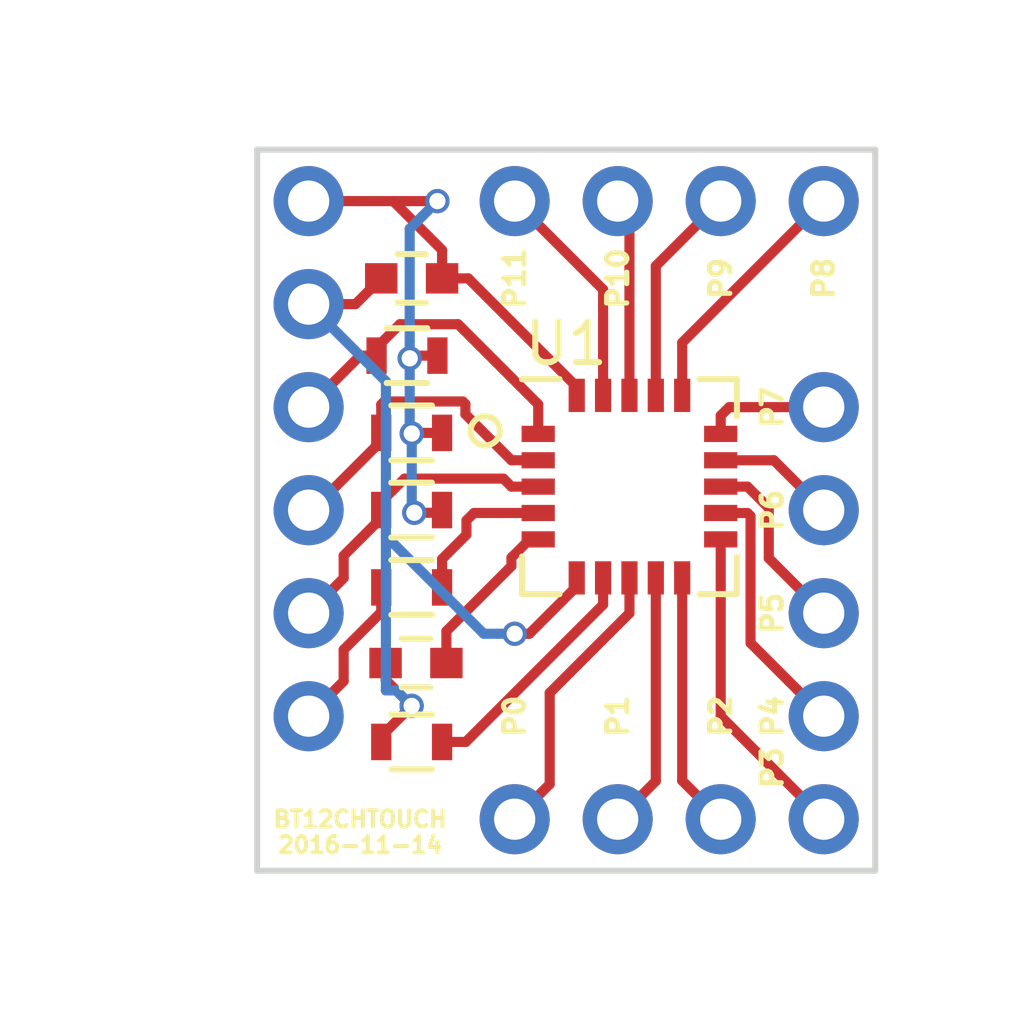
<source format=kicad_pcb>
(kicad_pcb (version 4) (host pcbnew 4.0.4-stable)

  (general
    (links 31)
    (no_connects 0)
    (area 140.894999 72.314999 156.285001 90.245001)
    (thickness 1.6)
    (drawings 6)
    (tracks 124)
    (zones 0)
    (modules 26)
    (nets 22)
  )

  (page A4)
  (layers
    (0 F.Cu signal)
    (31 B.Cu signal)
    (32 B.Adhes user)
    (33 F.Adhes user)
    (34 B.Paste user)
    (35 F.Paste user)
    (36 B.SilkS user)
    (37 F.SilkS user)
    (38 B.Mask user)
    (39 F.Mask user)
    (40 Dwgs.User user)
    (41 Cmts.User user)
    (42 Eco1.User user)
    (43 Eco2.User user)
    (44 Edge.Cuts user)
    (45 Margin user)
    (46 B.CrtYd user)
    (47 F.CrtYd user)
    (48 B.Fab user)
    (49 F.Fab user)
  )

  (setup
    (last_trace_width 0.25)
    (trace_clearance 0.2)
    (zone_clearance 0.508)
    (zone_45_only no)
    (trace_min 0.2)
    (segment_width 0.2)
    (edge_width 0.15)
    (via_size 0.6)
    (via_drill 0.4)
    (via_min_size 0.4)
    (via_min_drill 0.3)
    (uvia_size 0.3)
    (uvia_drill 0.1)
    (uvias_allowed no)
    (uvia_min_size 0.2)
    (uvia_min_drill 0.1)
    (pcb_text_width 0.3)
    (pcb_text_size 1.5 1.5)
    (mod_edge_width 0.15)
    (mod_text_size 1 1)
    (mod_text_width 0.15)
    (pad_size 1.7272 1.7272)
    (pad_drill 1.016)
    (pad_to_mask_clearance 0.2)
    (aux_axis_origin 0 0)
    (visible_elements 7FFEFFFF)
    (pcbplotparams
      (layerselection 0x010fc_80000001)
      (usegerberextensions true)
      (excludeedgelayer true)
      (linewidth 0.100000)
      (plotframeref false)
      (viasonmask false)
      (mode 1)
      (useauxorigin false)
      (hpglpennumber 1)
      (hpglpenspeed 20)
      (hpglpendiameter 15)
      (hpglpenoverlay 2)
      (psnegative false)
      (psa4output false)
      (plotreference true)
      (plotvalue true)
      (plotinvisibletext false)
      (padsonsilk false)
      (subtractmaskfromsilk false)
      (outputformat 1)
      (mirror false)
      (drillshape 0)
      (scaleselection 1)
      (outputdirectory gerber))
  )

  (net 0 "")
  (net 1 +3V3)
  (net 2 GND)
  (net 3 "Net-(R3-Pad2)")
  (net 4 "Net-(R4-Pad1)")
  (net 5 "Net-(ADDR1-Pad1)")
  (net 6 "Net-(C1-Pad1)")
  (net 7 /IRQ)
  (net 8 /P00)
  (net 9 /P01)
  (net 10 /P02)
  (net 11 /P03)
  (net 12 /P04)
  (net 13 /P05)
  (net 14 /P06)
  (net 15 /P07)
  (net 16 /P08)
  (net 17 /P09)
  (net 18 /P10)
  (net 19 /P11)
  (net 20 /SDA)
  (net 21 /SCL)

  (net_class Default "This is the default net class."
    (clearance 0.2)
    (trace_width 0.25)
    (via_dia 0.6)
    (via_drill 0.4)
    (uvia_dia 0.3)
    (uvia_drill 0.1)
    (add_net +3V3)
    (add_net /IRQ)
    (add_net /P00)
    (add_net /P01)
    (add_net /P02)
    (add_net /P03)
    (add_net /P04)
    (add_net /P05)
    (add_net /P06)
    (add_net /P07)
    (add_net /P08)
    (add_net /P09)
    (add_net /P10)
    (add_net /P11)
    (add_net /SCL)
    (add_net /SDA)
    (add_net GND)
    (add_net "Net-(ADDR1-Pad1)")
    (add_net "Net-(C1-Pad1)")
    (add_net "Net-(R3-Pad2)")
    (add_net "Net-(R4-Pad1)")
  )

  (module QFN-20-1EP_3x3mm_Pitch0.65mm (layer F.Cu) (tedit 582A75A4) (tstamp 582A7535)
    (at 150.15 80.7)
    (descr "20-Lead Plastic Quad Flat, No Lead Package (MQ) - 5x5x0.9 mm Body [QFN]; (see Microchip Packaging Specification 00000049BS.pdf)")
    (tags "QFN 0.65")
    (path /582A79AC)
    (attr smd)
    (fp_text reference U1 (at -1.56 -3.525) (layer F.SilkS)
      (effects (font (size 1 1) (thickness 0.15)))
    )
    (fp_text value MPR121QR2 (at 0 3.525) (layer F.Fab)
      (effects (font (size 1 1) (thickness 0.15)))
    )
    (fp_circle (center -3.556 -1.37521) (end -3.302 -1.62921) (layer F.SilkS) (width 0.15))
    (fp_line (start -1.5 -2.5) (end 2.5 -2.5) (layer F.Fab) (width 0.15))
    (fp_line (start 2.5 -2.5) (end 2.5 2.5) (layer F.Fab) (width 0.15))
    (fp_line (start 2.5 2.5) (end -2.5 2.5) (layer F.Fab) (width 0.15))
    (fp_line (start -2.5 2.5) (end -2.5 -1.5) (layer F.Fab) (width 0.15))
    (fp_line (start -2.5 -1.5) (end -1.5 -2.5) (layer F.Fab) (width 0.15))
    (fp_line (start -2.8 -2.8) (end -2.8 2.8) (layer F.CrtYd) (width 0.05))
    (fp_line (start 2.8 -2.8) (end 2.8 2.8) (layer F.CrtYd) (width 0.05))
    (fp_line (start -2.8 -2.8) (end 2.8 -2.8) (layer F.CrtYd) (width 0.05))
    (fp_line (start -2.8 2.8) (end 2.8 2.8) (layer F.CrtYd) (width 0.05))
    (fp_line (start 2.65 -2.65) (end 2.65 -1.725) (layer F.SilkS) (width 0.15))
    (fp_line (start -2.65 2.65) (end -2.65 1.725) (layer F.SilkS) (width 0.15))
    (fp_line (start 2.65 2.65) (end 2.65 1.725) (layer F.SilkS) (width 0.15))
    (fp_line (start -2.65 -2.65) (end -1.725 -2.65) (layer F.SilkS) (width 0.15))
    (fp_line (start -2.65 2.65) (end -1.725 2.65) (layer F.SilkS) (width 0.15))
    (fp_line (start 2.65 2.65) (end 1.725 2.65) (layer F.SilkS) (width 0.15))
    (fp_line (start 2.65 -2.65) (end 1.725 -2.65) (layer F.SilkS) (width 0.15))
    (pad 1 smd rect (at -2.25 -1.3) (size 0.82 0.4) (layers F.Cu F.Paste F.Mask)
      (net 7 /IRQ))
    (pad 2 smd rect (at -2.25 -0.65) (size 0.82 0.4) (layers F.Cu F.Paste F.Mask)
      (net 21 /SCL))
    (pad 3 smd rect (at -2.25 0) (size 0.82 0.4) (layers F.Cu F.Paste F.Mask)
      (net 20 /SDA))
    (pad 4 smd rect (at -2.25 0.65) (size 0.82 0.4) (layers F.Cu F.Paste F.Mask)
      (net 3 "Net-(R3-Pad2)"))
    (pad 5 smd rect (at -2.25 1.3) (size 0.82 0.4) (layers F.Cu F.Paste F.Mask)
      (net 6 "Net-(C1-Pad1)"))
    (pad 6 smd rect (at -1.3 2.25 90) (size 0.82 0.4) (layers F.Cu F.Paste F.Mask)
      (net 2 GND))
    (pad 7 smd rect (at -0.65 2.25 90) (size 0.82 0.4) (layers F.Cu F.Paste F.Mask)
      (net 4 "Net-(R4-Pad1)"))
    (pad 8 smd rect (at 0 2.25 90) (size 0.82 0.4) (layers F.Cu F.Paste F.Mask)
      (net 8 /P00))
    (pad 9 smd rect (at 0.65 2.25 90) (size 0.82 0.4) (layers F.Cu F.Paste F.Mask)
      (net 9 /P01))
    (pad 10 smd rect (at 1.3 2.25 90) (size 0.82 0.4) (layers F.Cu F.Paste F.Mask)
      (net 10 /P02))
    (pad 11 smd rect (at 2.25 1.3) (size 0.82 0.4) (layers F.Cu F.Paste F.Mask)
      (net 11 /P03))
    (pad 12 smd rect (at 2.25 0.65) (size 0.82 0.4) (layers F.Cu F.Paste F.Mask)
      (net 12 /P04))
    (pad 13 smd rect (at 2.25 0) (size 0.82 0.4) (layers F.Cu F.Paste F.Mask)
      (net 13 /P05))
    (pad 14 smd rect (at 2.25 -0.65) (size 0.82 0.4) (layers F.Cu F.Paste F.Mask)
      (net 14 /P06))
    (pad 15 smd rect (at 2.25 -1.3) (size 0.82 0.4) (layers F.Cu F.Paste F.Mask)
      (net 15 /P07))
    (pad 16 smd rect (at 1.3 -2.25 90) (size 0.82 0.4) (layers F.Cu F.Paste F.Mask)
      (net 16 /P08))
    (pad 17 smd rect (at 0.65 -2.25 90) (size 0.82 0.4) (layers F.Cu F.Paste F.Mask)
      (net 17 /P09))
    (pad 18 smd rect (at 0 -2.25 90) (size 0.82 0.4) (layers F.Cu F.Paste F.Mask)
      (net 18 /P10))
    (pad 19 smd rect (at -0.65 -2.25 90) (size 0.82 0.4) (layers F.Cu F.Paste F.Mask)
      (net 19 /P11))
    (pad 20 smd rect (at -1.3 -2.25 90) (size 0.82 0.4) (layers F.Cu F.Paste F.Mask)
      (net 1 +3V3))
    (model Housings_DFN_QFN.3dshapes/QFN-20-1EP_5x5mm_Pitch0.65mm.wrl
      (at (xyz 0 0 0))
      (scale (xyz 1 1 1))
      (rotate (xyz 0 0 0))
    )
  )

  (module Resistors_SMD:R_0603 (layer F.Cu) (tedit 582A1124) (tstamp 5829DD8D)
    (at 144.665 77.47 180)
    (descr "Resistor SMD 0603, reflow soldering, Vishay (see dcrcw.pdf)")
    (tags "resistor 0603")
    (path /5829D4CE)
    (attr smd)
    (fp_text reference R1 (at 0 0 180) (layer F.Fab)
      (effects (font (size 1 1) (thickness 0.15)))
    )
    (fp_text value 10K (at 0 1.9 180) (layer F.Fab)
      (effects (font (size 1 1) (thickness 0.15)))
    )
    (fp_line (start -1.3 -0.8) (end 1.3 -0.8) (layer F.CrtYd) (width 0.05))
    (fp_line (start -1.3 0.8) (end 1.3 0.8) (layer F.CrtYd) (width 0.05))
    (fp_line (start -1.3 -0.8) (end -1.3 0.8) (layer F.CrtYd) (width 0.05))
    (fp_line (start 1.3 -0.8) (end 1.3 0.8) (layer F.CrtYd) (width 0.05))
    (fp_line (start 0.5 0.675) (end -0.5 0.675) (layer F.SilkS) (width 0.15))
    (fp_line (start -0.5 -0.675) (end 0.5 -0.675) (layer F.SilkS) (width 0.15))
    (pad 1 smd rect (at -0.75 0 180) (size 0.5 0.9) (layers F.Cu F.Paste F.Mask)
      (net 1 +3V3))
    (pad 2 smd rect (at 0.75 0 180) (size 0.5 0.9) (layers F.Cu F.Paste F.Mask)
      (net 7 /IRQ))
    (model Resistors_SMD.3dshapes/R_0603.wrl
      (at (xyz 0 0 0))
      (scale (xyz 1 1 1))
      (rotate (xyz 0 0 0))
    )
  )

  (module Resistors_SMD:R_0603 (layer F.Cu) (tedit 582A1116) (tstamp 5829DD99)
    (at 144.78 83.185)
    (descr "Resistor SMD 0603, reflow soldering, Vishay (see dcrcw.pdf)")
    (tags "resistor 0603")
    (path /5829D974)
    (attr smd)
    (fp_text reference R3 (at 0 0) (layer F.Fab)
      (effects (font (size 1 1) (thickness 0.15)))
    )
    (fp_text value 100K (at 0 1.9) (layer F.Fab)
      (effects (font (size 1 1) (thickness 0.15)))
    )
    (fp_line (start -1.3 -0.8) (end 1.3 -0.8) (layer F.CrtYd) (width 0.05))
    (fp_line (start -1.3 0.8) (end 1.3 0.8) (layer F.CrtYd) (width 0.05))
    (fp_line (start -1.3 -0.8) (end -1.3 0.8) (layer F.CrtYd) (width 0.05))
    (fp_line (start 1.3 -0.8) (end 1.3 0.8) (layer F.CrtYd) (width 0.05))
    (fp_line (start 0.5 0.675) (end -0.5 0.675) (layer F.SilkS) (width 0.15))
    (fp_line (start -0.5 -0.675) (end 0.5 -0.675) (layer F.SilkS) (width 0.15))
    (pad 1 smd rect (at -0.75 0) (size 0.5 0.9) (layers F.Cu F.Paste F.Mask)
      (net 5 "Net-(ADDR1-Pad1)"))
    (pad 2 smd rect (at 0.75 0) (size 0.5 0.9) (layers F.Cu F.Paste F.Mask)
      (net 3 "Net-(R3-Pad2)"))
    (model Resistors_SMD.3dshapes/R_0603.wrl
      (at (xyz 0 0 0))
      (scale (xyz 1 1 1))
      (rotate (xyz 0 0 0))
    )
  )

  (module Resistors_SMD:R_0603 (layer F.Cu) (tedit 582A1107) (tstamp 5829DDA5)
    (at 144.78 86.995 180)
    (descr "Resistor SMD 0603, reflow soldering, Vishay (see dcrcw.pdf)")
    (tags "resistor 0603")
    (path /5829D998)
    (attr smd)
    (fp_text reference R4 (at 0 0 180) (layer F.Fab)
      (effects (font (size 1 1) (thickness 0.15)))
    )
    (fp_text value 75K (at 0 1.9 180) (layer F.Fab)
      (effects (font (size 1 1) (thickness 0.15)))
    )
    (fp_line (start -1.3 -0.8) (end 1.3 -0.8) (layer F.CrtYd) (width 0.05))
    (fp_line (start -1.3 0.8) (end 1.3 0.8) (layer F.CrtYd) (width 0.05))
    (fp_line (start -1.3 -0.8) (end -1.3 0.8) (layer F.CrtYd) (width 0.05))
    (fp_line (start 1.3 -0.8) (end 1.3 0.8) (layer F.CrtYd) (width 0.05))
    (fp_line (start 0.5 0.675) (end -0.5 0.675) (layer F.SilkS) (width 0.15))
    (fp_line (start -0.5 -0.675) (end 0.5 -0.675) (layer F.SilkS) (width 0.15))
    (pad 1 smd rect (at -0.75 0 180) (size 0.5 0.9) (layers F.Cu F.Paste F.Mask)
      (net 4 "Net-(R4-Pad1)"))
    (pad 2 smd rect (at 0.75 0 180) (size 0.5 0.9) (layers F.Cu F.Paste F.Mask)
      (net 2 GND))
    (model Resistors_SMD.3dshapes/R_0603.wrl
      (at (xyz 0 0 0))
      (scale (xyz 1 1 1))
      (rotate (xyz 0 0 0))
    )
  )

  (module Resistors_SMD:R_0603 (layer F.Cu) (tedit 582A111A) (tstamp 5829E383)
    (at 144.77816 81.27746 180)
    (descr "Resistor SMD 0603, reflow soldering, Vishay (see dcrcw.pdf)")
    (tags "resistor 0603")
    (path /5829F973)
    (attr smd)
    (fp_text reference R2 (at -0.00184 -0.00254 180) (layer F.Fab)
      (effects (font (size 1 1) (thickness 0.15)))
    )
    (fp_text value 10K (at 0 1.9 180) (layer F.Fab)
      (effects (font (size 1 1) (thickness 0.15)))
    )
    (fp_line (start -1.3 -0.8) (end 1.3 -0.8) (layer F.CrtYd) (width 0.05))
    (fp_line (start -1.3 0.8) (end 1.3 0.8) (layer F.CrtYd) (width 0.05))
    (fp_line (start -1.3 -0.8) (end -1.3 0.8) (layer F.CrtYd) (width 0.05))
    (fp_line (start 1.3 -0.8) (end 1.3 0.8) (layer F.CrtYd) (width 0.05))
    (fp_line (start 0.5 0.675) (end -0.5 0.675) (layer F.SilkS) (width 0.15))
    (fp_line (start -0.5 -0.675) (end 0.5 -0.675) (layer F.SilkS) (width 0.15))
    (pad 1 smd rect (at -0.75 0 180) (size 0.5 0.9) (layers F.Cu F.Paste F.Mask)
      (net 1 +3V3))
    (pad 2 smd rect (at 0.75 0 180) (size 0.5 0.9) (layers F.Cu F.Paste F.Mask)
      (net 20 /SDA))
    (model Resistors_SMD.3dshapes/R_0603.wrl
      (at (xyz 0 0 0))
      (scale (xyz 1 1 1))
      (rotate (xyz 0 0 0))
    )
  )

  (module Resistors_SMD:R_0603 (layer F.Cu) (tedit 582A111F) (tstamp 5829E38F)
    (at 144.78 79.375 180)
    (descr "Resistor SMD 0603, reflow soldering, Vishay (see dcrcw.pdf)")
    (tags "resistor 0603")
    (path /5829F9B0)
    (attr smd)
    (fp_text reference R5 (at 0 0 180) (layer F.Fab)
      (effects (font (size 1 1) (thickness 0.15)))
    )
    (fp_text value 10K (at 0 1.9 180) (layer F.Fab)
      (effects (font (size 1 1) (thickness 0.15)))
    )
    (fp_line (start -1.3 -0.8) (end 1.3 -0.8) (layer F.CrtYd) (width 0.05))
    (fp_line (start -1.3 0.8) (end 1.3 0.8) (layer F.CrtYd) (width 0.05))
    (fp_line (start -1.3 -0.8) (end -1.3 0.8) (layer F.CrtYd) (width 0.05))
    (fp_line (start 1.3 -0.8) (end 1.3 0.8) (layer F.CrtYd) (width 0.05))
    (fp_line (start 0.5 0.675) (end -0.5 0.675) (layer F.SilkS) (width 0.15))
    (fp_line (start -0.5 -0.675) (end 0.5 -0.675) (layer F.SilkS) (width 0.15))
    (pad 1 smd rect (at -0.75 0 180) (size 0.5 0.9) (layers F.Cu F.Paste F.Mask)
      (net 1 +3V3))
    (pad 2 smd rect (at 0.75 0 180) (size 0.5 0.9) (layers F.Cu F.Paste F.Mask)
      (net 21 /SCL))
    (model Resistors_SMD.3dshapes/R_0603.wrl
      (at (xyz 0 0 0))
      (scale (xyz 1 1 1))
      (rotate (xyz 0 0 0))
    )
  )

  (module Liberry:single_0.1 (layer F.Cu) (tedit 582A7502) (tstamp 5829EEA8)
    (at 142.24 76.2)
    (descr "10 pins through hole IDC header")
    (tags "IDC header socket VASCH")
    (path /582A3E13)
    (fp_text reference GND1 (at -5.08 0) (layer F.Fab)
      (effects (font (size 1 1) (thickness 0.15)))
    )
    (fp_text value CONN_01X01 (at 0 2.54) (layer F.Fab)
      (effects (font (size 1 1) (thickness 0.15)))
    )
    (pad 1 thru_hole circle (at 0 0) (size 1.7272 1.7272) (drill 1.016) (layers *.Cu *.Mask)
      (net 2 GND))
  )

  (module Liberry:single_0.1 (layer F.Cu) (tedit 582A10FC) (tstamp 5829EF4C)
    (at 142.24 73.66)
    (descr "10 pins through hole IDC header")
    (tags "IDC header socket VASCH")
    (path /5829E47C)
    (fp_text reference +3V3 (at -5.08 0) (layer F.Fab)
      (effects (font (size 1 1) (thickness 0.15)))
    )
    (fp_text value CONN_01X01 (at 0 2.54) (layer F.Fab)
      (effects (font (size 1 1) (thickness 0.15)))
    )
    (pad 1 thru_hole circle (at 0 0) (size 1.7272 1.7272) (drill 1.016) (layers *.Cu *.Mask)
      (net 1 +3V3))
  )

  (module Liberry:single_0.1 (layer F.Cu) (tedit 582A10CD) (tstamp 5829EF50)
    (at 142.24 86.36)
    (descr "10 pins through hole IDC header")
    (tags "IDC header socket VASCH")
    (path /5829EEE2)
    (fp_text reference ADDR1 (at -5.08 0) (layer F.Fab)
      (effects (font (size 1 1) (thickness 0.15)))
    )
    (fp_text value CONN_01X01 (at 0 2.54) (layer F.Fab)
      (effects (font (size 1 1) (thickness 0.15)))
    )
    (pad 1 thru_hole circle (at 0 0) (size 1.7272 1.7272) (drill 1.016) (layers *.Cu *.Mask)
      (net 5 "Net-(ADDR1-Pad1)"))
  )

  (module Liberry:single_0.1 (layer F.Cu) (tedit 582A10F4) (tstamp 5829EF54)
    (at 142.24 78.74)
    (descr "10 pins through hole IDC header")
    (tags "IDC header socket VASCH")
    (path /5829EB47)
    (fp_text reference IRQ1 (at -5.08 0) (layer F.Fab)
      (effects (font (size 1 1) (thickness 0.15)))
    )
    (fp_text value CONN_01X01 (at 0 2.54) (layer F.Fab)
      (effects (font (size 1 1) (thickness 0.15)))
    )
    (pad 1 thru_hole circle (at 0 0) (size 1.7272 1.7272) (drill 1.016) (layers *.Cu *.Mask)
      (net 7 /IRQ))
  )

  (module Liberry:single_0.1 (layer F.Cu) (tedit 582A10EE) (tstamp 5829EF80)
    (at 142.24 81.28)
    (descr "10 pins through hole IDC header")
    (tags "IDC header socket VASCH")
    (path /5829FB10)
    (fp_text reference SCL1 (at -5.08 0) (layer F.Fab)
      (effects (font (size 1 1) (thickness 0.15)))
    )
    (fp_text value CONN_01X01 (at 0 2.54) (layer F.Fab)
      (effects (font (size 1 1) (thickness 0.15)))
    )
    (pad 1 thru_hole circle (at 0 0) (size 1.7272 1.7272) (drill 1.016) (layers *.Cu *.Mask)
      (net 21 /SCL))
  )

  (module Liberry:single_0.1 (layer F.Cu) (tedit 582A10E9) (tstamp 5829EF84)
    (at 142.24 83.82)
    (descr "10 pins through hole IDC header")
    (tags "IDC header socket VASCH")
    (path /5829FB60)
    (fp_text reference SDA1 (at -5.033333 -0.423) (layer F.Fab)
      (effects (font (size 1 1) (thickness 0.15)))
    )
    (fp_text value CONN_01X01 (at 0 2.54) (layer F.Fab)
      (effects (font (size 1 1) (thickness 0.15)))
    )
    (pad 1 thru_hole circle (at 0 0) (size 1.7272 1.7272) (drill 1.016) (layers *.Cu *.Mask)
      (net 20 /SDA))
  )

  (module Capacitors_SMD:C_0603 (layer F.Cu) (tedit 582A1110) (tstamp 5829F1C0)
    (at 144.88666 85.048952 180)
    (descr "Capacitor SMD 0603, reflow soldering, AVX (see smccp.pdf)")
    (tags "capacitor 0603")
    (path /5829DB53)
    (attr smd)
    (fp_text reference C1 (at 0.10666 -0.041048 180) (layer F.Fab)
      (effects (font (size 1 1) (thickness 0.15)))
    )
    (fp_text value 0.1uf (at 0 1.9 180) (layer F.Fab)
      (effects (font (size 1 1) (thickness 0.15)))
    )
    (fp_line (start -0.8 0.4) (end -0.8 -0.4) (layer F.Fab) (width 0.15))
    (fp_line (start 0.8 0.4) (end -0.8 0.4) (layer F.Fab) (width 0.15))
    (fp_line (start 0.8 -0.4) (end 0.8 0.4) (layer F.Fab) (width 0.15))
    (fp_line (start -0.8 -0.4) (end 0.8 -0.4) (layer F.Fab) (width 0.15))
    (fp_line (start -1.45 -0.75) (end 1.45 -0.75) (layer F.CrtYd) (width 0.05))
    (fp_line (start -1.45 0.75) (end 1.45 0.75) (layer F.CrtYd) (width 0.05))
    (fp_line (start -1.45 -0.75) (end -1.45 0.75) (layer F.CrtYd) (width 0.05))
    (fp_line (start 1.45 -0.75) (end 1.45 0.75) (layer F.CrtYd) (width 0.05))
    (fp_line (start -0.35 -0.6) (end 0.35 -0.6) (layer F.SilkS) (width 0.15))
    (fp_line (start 0.35 0.6) (end -0.35 0.6) (layer F.SilkS) (width 0.15))
    (pad 1 smd rect (at -0.75 0 180) (size 0.8 0.75) (layers F.Cu F.Paste F.Mask)
      (net 6 "Net-(C1-Pad1)"))
    (pad 2 smd rect (at 0.75 0 180) (size 0.8 0.75) (layers F.Cu F.Paste F.Mask)
      (net 2 GND))
    (model Capacitors_SMD.3dshapes/C_0603.wrl
      (at (xyz 0 0 0))
      (scale (xyz 1 1 1))
      (rotate (xyz 0 0 0))
    )
  )

  (module Capacitors_SMD:C_0603 (layer F.Cu) (tedit 582A1129) (tstamp 5829F1D0)
    (at 144.78 75.565 180)
    (descr "Capacitor SMD 0603, reflow soldering, AVX (see smccp.pdf)")
    (tags "capacitor 0603")
    (path /5829E05C)
    (attr smd)
    (fp_text reference C2 (at 0 0 180) (layer F.Fab)
      (effects (font (size 1 1) (thickness 0.15)))
    )
    (fp_text value CC0603KRX7R9BB104 (at 0 1.9 180) (layer F.Fab)
      (effects (font (size 1 1) (thickness 0.15)))
    )
    (fp_line (start -0.8 0.4) (end -0.8 -0.4) (layer F.Fab) (width 0.15))
    (fp_line (start 0.8 0.4) (end -0.8 0.4) (layer F.Fab) (width 0.15))
    (fp_line (start 0.8 -0.4) (end 0.8 0.4) (layer F.Fab) (width 0.15))
    (fp_line (start -0.8 -0.4) (end 0.8 -0.4) (layer F.Fab) (width 0.15))
    (fp_line (start -1.45 -0.75) (end 1.45 -0.75) (layer F.CrtYd) (width 0.05))
    (fp_line (start -1.45 0.75) (end 1.45 0.75) (layer F.CrtYd) (width 0.05))
    (fp_line (start -1.45 -0.75) (end -1.45 0.75) (layer F.CrtYd) (width 0.05))
    (fp_line (start 1.45 -0.75) (end 1.45 0.75) (layer F.CrtYd) (width 0.05))
    (fp_line (start -0.35 -0.6) (end 0.35 -0.6) (layer F.SilkS) (width 0.15))
    (fp_line (start 0.35 0.6) (end -0.35 0.6) (layer F.SilkS) (width 0.15))
    (pad 1 smd rect (at -0.75 0 180) (size 0.8 0.75) (layers F.Cu F.Paste F.Mask)
      (net 1 +3V3))
    (pad 2 smd rect (at 0.75 0 180) (size 0.8 0.75) (layers F.Cu F.Paste F.Mask)
      (net 2 GND))
    (model Capacitors_SMD.3dshapes/C_0603.wrl
      (at (xyz 0 0 0))
      (scale (xyz 1 1 1))
      (rotate (xyz 0 0 0))
    )
  )

  (module Liberry:single_0.1 (layer F.Cu) (tedit 582A752D) (tstamp 5829F6C0)
    (at 149.86 73.66 90)
    (descr "10 pins through hole IDC header")
    (tags "IDC header socket VASCH")
    (path /582A076D)
    (fp_text reference P10 (at -1.905 0 90) (layer F.SilkS)
      (effects (font (size 0.5 0.5) (thickness 0.125)))
    )
    (fp_text value CONN_01X01 (at 0 2.54 90) (layer F.Fab)
      (effects (font (size 1 1) (thickness 0.15)))
    )
    (pad 1 thru_hole circle (at 0 0 90) (size 1.7272 1.7272) (drill 1.016) (layers *.Cu *.Mask)
      (net 18 /P10))
  )

  (module Liberry:single_0.1 (layer F.Cu) (tedit 5829F5BC) (tstamp 5829F6C5)
    (at 147.32 73.66 90)
    (descr "10 pins through hole IDC header")
    (tags "IDC header socket VASCH")
    (path /582A07C9)
    (fp_text reference P11 (at -1.905 0 90) (layer F.SilkS)
      (effects (font (size 0.5 0.5) (thickness 0.125)))
    )
    (fp_text value CONN_01X01 (at 0 2.54 90) (layer F.Fab)
      (effects (font (size 1 1) (thickness 0.15)))
    )
    (pad 1 thru_hole circle (at 0 0 90) (size 1.7272 1.7272) (drill 1.016) (layers *.Cu *.Mask)
      (net 19 /P11))
  )

  (module Liberry:single_0.1 (layer F.Cu) (tedit 5829F5BC) (tstamp 582A7012)
    (at 147.32 88.9 270)
    (descr "10 pins through hole IDC header")
    (tags "IDC header socket VASCH")
    (path /582A02DA)
    (fp_text reference P0 (at -2.54 0 270) (layer F.SilkS)
      (effects (font (size 0.5 0.5) (thickness 0.125)))
    )
    (fp_text value CONN_01X01 (at 0 2.54 270) (layer F.Fab)
      (effects (font (size 1 1) (thickness 0.15)))
    )
    (pad 1 thru_hole circle (at 0 0 270) (size 1.7272 1.7272) (drill 1.016) (layers *.Cu *.Mask)
      (net 8 /P00))
  )

  (module Liberry:single_0.1 (layer F.Cu) (tedit 5829F5BC) (tstamp 582A7017)
    (at 149.86 88.9 270)
    (descr "10 pins through hole IDC header")
    (tags "IDC header socket VASCH")
    (path /582A0461)
    (fp_text reference P1 (at -2.54 0 270) (layer F.SilkS)
      (effects (font (size 0.5 0.5) (thickness 0.125)))
    )
    (fp_text value CONN_01X01 (at 0 2.54 270) (layer F.Fab)
      (effects (font (size 1 1) (thickness 0.15)))
    )
    (pad 1 thru_hole circle (at 0 0 270) (size 1.7272 1.7272) (drill 1.016) (layers *.Cu *.Mask)
      (net 9 /P01))
  )

  (module Liberry:single_0.1 (layer F.Cu) (tedit 5829F5BC) (tstamp 582A701C)
    (at 152.4 88.9 270)
    (descr "10 pins through hole IDC header")
    (tags "IDC header socket VASCH")
    (path /582A04AA)
    (fp_text reference P2 (at -2.54 0 270) (layer F.SilkS)
      (effects (font (size 0.5 0.5) (thickness 0.125)))
    )
    (fp_text value CONN_01X01 (at 0 2.54 270) (layer F.Fab)
      (effects (font (size 1 1) (thickness 0.15)))
    )
    (pad 1 thru_hole circle (at 0 0 270) (size 1.7272 1.7272) (drill 1.016) (layers *.Cu *.Mask)
      (net 10 /P02))
  )

  (module Liberry:single_0.1 (layer F.Cu) (tedit 5829F5BC) (tstamp 582A7021)
    (at 154.94 88.9 270)
    (descr "10 pins through hole IDC header")
    (tags "IDC header socket VASCH")
    (path /582A04F2)
    (fp_text reference P3 (at -1.27 1.27 270) (layer F.SilkS)
      (effects (font (size 0.5 0.5) (thickness 0.125)))
    )
    (fp_text value CONN_01X01 (at 0 2.54 270) (layer F.Fab)
      (effects (font (size 1 1) (thickness 0.15)))
    )
    (pad 1 thru_hole circle (at 0 0 270) (size 1.7272 1.7272) (drill 1.016) (layers *.Cu *.Mask)
      (net 11 /P03))
  )

  (module Liberry:single_0.1 (layer F.Cu) (tedit 5829F5BC) (tstamp 582A7026)
    (at 154.94 86.36)
    (descr "10 pins through hole IDC header")
    (tags "IDC header socket VASCH")
    (path /582A0539)
    (fp_text reference P4 (at -1.27 0 90) (layer F.SilkS)
      (effects (font (size 0.5 0.5) (thickness 0.125)))
    )
    (fp_text value CONN_01X01 (at 0 2.54) (layer F.Fab)
      (effects (font (size 1 1) (thickness 0.15)))
    )
    (pad 1 thru_hole circle (at 0 0) (size 1.7272 1.7272) (drill 1.016) (layers *.Cu *.Mask)
      (net 12 /P04))
  )

  (module Liberry:single_0.1 (layer F.Cu) (tedit 5829F5BC) (tstamp 582A702B)
    (at 154.94 83.82)
    (descr "10 pins through hole IDC header")
    (tags "IDC header socket VASCH")
    (path /582A058B)
    (fp_text reference P5 (at -1.27 0 90) (layer F.SilkS)
      (effects (font (size 0.5 0.5) (thickness 0.125)))
    )
    (fp_text value CONN_01X01 (at 0 2.54) (layer F.Fab)
      (effects (font (size 1 1) (thickness 0.15)))
    )
    (pad 1 thru_hole circle (at 0 0) (size 1.7272 1.7272) (drill 1.016) (layers *.Cu *.Mask)
      (net 13 /P05))
  )

  (module Liberry:single_0.1 (layer F.Cu) (tedit 5829F5BC) (tstamp 582A7030)
    (at 154.94 81.28 180)
    (descr "10 pins through hole IDC header")
    (tags "IDC header socket VASCH")
    (path /582A0611)
    (fp_text reference P6 (at 1.27 0 270) (layer F.SilkS)
      (effects (font (size 0.5 0.5) (thickness 0.125)))
    )
    (fp_text value CONN_01X01 (at 0 2.54 180) (layer F.Fab)
      (effects (font (size 1 1) (thickness 0.15)))
    )
    (pad 1 thru_hole circle (at 0 0 180) (size 1.7272 1.7272) (drill 1.016) (layers *.Cu *.Mask)
      (net 14 /P06))
  )

  (module Liberry:single_0.1 (layer F.Cu) (tedit 5829F5BC) (tstamp 582A7035)
    (at 154.94 78.74)
    (descr "10 pins through hole IDC header")
    (tags "IDC header socket VASCH")
    (path /582A0665)
    (fp_text reference P7 (at -1.27 0 90) (layer F.SilkS)
      (effects (font (size 0.5 0.5) (thickness 0.125)))
    )
    (fp_text value CONN_01X01 (at 0 2.54) (layer F.Fab)
      (effects (font (size 1 1) (thickness 0.15)))
    )
    (pad 1 thru_hole circle (at 0 0) (size 1.7272 1.7272) (drill 1.016) (layers *.Cu *.Mask)
      (net 15 /P07))
  )

  (module Liberry:single_0.1 (layer F.Cu) (tedit 5829F5BC) (tstamp 582A703A)
    (at 154.94 73.66 90)
    (descr "10 pins through hole IDC header")
    (tags "IDC header socket VASCH")
    (path /582A06BC)
    (fp_text reference P8 (at -1.905 0 90) (layer F.SilkS)
      (effects (font (size 0.5 0.5) (thickness 0.125)))
    )
    (fp_text value CONN_01X01 (at 0 2.54 90) (layer F.Fab)
      (effects (font (size 1 1) (thickness 0.15)))
    )
    (pad 1 thru_hole circle (at 0 0 90) (size 1.7272 1.7272) (drill 1.016) (layers *.Cu *.Mask)
      (net 16 /P08))
  )

  (module Liberry:single_0.1 (layer F.Cu) (tedit 5829F5BC) (tstamp 582A703F)
    (at 152.4 73.66 90)
    (descr "10 pins through hole IDC header")
    (tags "IDC header socket VASCH")
    (path /582A0714)
    (fp_text reference P9 (at -1.905 0 90) (layer F.SilkS)
      (effects (font (size 0.5 0.5) (thickness 0.125)))
    )
    (fp_text value CONN_01X01 (at 0 2.54 90) (layer F.Fab)
      (effects (font (size 1 1) (thickness 0.15)))
    )
    (pad 1 thru_hole circle (at 0 0 90) (size 1.7272 1.7272) (drill 1.016) (layers *.Cu *.Mask)
      (net 17 /P09))
  )

  (gr_text 2016-11-14 (at 143.51 89.535) (layer F.SilkS) (tstamp 582A125B)
    (effects (font (size 0.4 0.4) (thickness 0.1)))
  )
  (gr_text BT12CHTOUCH (at 143.51 88.9) (layer F.SilkS)
    (effects (font (size 0.4 0.4) (thickness 0.1)))
  )
  (gr_line (start 140.97 90.17) (end 140.97 72.39) (layer Edge.Cuts) (width 0.15))
  (gr_line (start 156.21 90.17) (end 140.97 90.17) (layer Edge.Cuts) (width 0.15))
  (gr_line (start 156.21 72.39) (end 156.21 90.17) (layer Edge.Cuts) (width 0.15))
  (gr_line (start 140.97 72.39) (end 156.21 72.39) (layer Edge.Cuts) (width 0.15))

  (segment (start 144.844759 81.344759) (end 145.460861 81.344759) (width 0.25) (layer F.Cu) (net 1))
  (segment (start 145.460861 81.344759) (end 145.52816 81.27746) (width 0.25) (layer F.Cu) (net 1))
  (segment (start 148.85 78.45) (end 148.85 78.24) (width 0.25) (layer F.Cu) (net 1))
  (segment (start 148.85 78.24) (end 146.175 75.565) (width 0.25) (layer F.Cu) (net 1))
  (segment (start 146.175 75.565) (end 145.53 75.565) (width 0.25) (layer F.Cu) (net 1))
  (segment (start 144.782371 81.282371) (end 144.844759 81.344759) (width 0.25) (layer B.Cu) (net 1))
  (segment (start 144.782371 79.390743) (end 144.782371 81.282371) (width 0.25) (layer B.Cu) (net 1))
  (via (at 144.844759 81.344759) (size 0.6) (drill 0.4) (layers F.Cu B.Cu) (net 1))
  (segment (start 145.53 79.375) (end 144.798114 79.375) (width 0.25) (layer F.Cu) (net 1))
  (segment (start 144.73195 77.536948) (end 144.73195 79.340322) (width 0.25) (layer B.Cu) (net 1))
  (segment (start 144.73195 79.340322) (end 144.782371 79.390743) (width 0.25) (layer B.Cu) (net 1))
  (segment (start 144.798114 79.375) (end 144.782371 79.390743) (width 0.25) (layer F.Cu) (net 1))
  (via (at 144.782371 79.390743) (size 0.6) (drill 0.4) (layers F.Cu B.Cu) (net 1))
  (via (at 144.73195 77.536948) (size 0.6) (drill 0.4) (layers F.Cu B.Cu) (net 1))
  (segment (start 145.415 77.47) (end 144.798898 77.47) (width 0.25) (layer F.Cu) (net 1))
  (segment (start 144.798898 77.47) (end 144.73195 77.536948) (width 0.25) (layer F.Cu) (net 1))
  (segment (start 145.415 73.66) (end 144.73195 74.34305) (width 0.25) (layer B.Cu) (net 1))
  (segment (start 144.73195 74.34305) (end 144.73195 77.112684) (width 0.25) (layer B.Cu) (net 1))
  (segment (start 144.73195 77.112684) (end 144.73195 77.536948) (width 0.25) (layer B.Cu) (net 1))
  (segment (start 144.325 73.66) (end 145.415 73.66) (width 0.25) (layer F.Cu) (net 1))
  (via (at 145.415 73.66) (size 0.6) (drill 0.4) (layers F.Cu B.Cu) (net 1))
  (segment (start 145.555 75.565) (end 145.53 75.565) (width 0.25) (layer F.Cu) (net 1))
  (segment (start 145.53 75.565) (end 145.53 74.865) (width 0.25) (layer F.Cu) (net 1))
  (segment (start 145.53 74.865) (end 144.325 73.66) (width 0.25) (layer F.Cu) (net 1))
  (segment (start 143.461314 73.66) (end 142.24 73.66) (width 0.25) (layer F.Cu) (net 1))
  (segment (start 144.325 73.66) (end 143.461314 73.66) (width 0.25) (layer F.Cu) (net 1))
  (segment (start 145.53 75.765) (end 145.53 75.565) (width 0.25) (layer F.Cu) (net 1))
  (segment (start 144.145 81.915) (end 146.558 84.328) (width 0.25) (layer B.Cu) (net 2))
  (segment (start 146.558 84.328) (end 146.895736 84.328) (width 0.25) (layer B.Cu) (net 2))
  (segment (start 146.895736 84.328) (end 147.32 84.328) (width 0.25) (layer B.Cu) (net 2))
  (segment (start 148.85 83.16) (end 147.682 84.328) (width 0.25) (layer F.Cu) (net 2))
  (segment (start 148.85 82.95) (end 148.85 83.16) (width 0.25) (layer F.Cu) (net 2))
  (segment (start 147.682 84.328) (end 147.32 84.328) (width 0.25) (layer F.Cu) (net 2))
  (via (at 147.32 84.328) (size 0.6) (drill 0.4) (layers F.Cu B.Cu) (net 2))
  (segment (start 144.13666 85.048952) (end 144.13666 85.46266) (width 0.25) (layer F.Cu) (net 2))
  (segment (start 144.13666 85.46266) (end 144.78 86.106) (width 0.25) (layer F.Cu) (net 2))
  (segment (start 144.03 86.995) (end 144.03 86.856) (width 0.25) (layer F.Cu) (net 2))
  (segment (start 144.03 86.856) (end 144.78 86.106) (width 0.25) (layer F.Cu) (net 2))
  (segment (start 144.145 85.725) (end 144.399 85.725) (width 0.25) (layer B.Cu) (net 2))
  (segment (start 144.399 85.725) (end 144.78 86.106) (width 0.25) (layer B.Cu) (net 2))
  (segment (start 144.145 81.915) (end 144.145 85.725) (width 0.25) (layer B.Cu) (net 2))
  (via (at 144.78 86.106) (size 0.6) (drill 0.4) (layers F.Cu B.Cu) (net 2))
  (segment (start 144.145 78.105) (end 144.145 81.915) (width 0.25) (layer B.Cu) (net 2))
  (segment (start 142.24 76.2) (end 144.145 78.105) (width 0.25) (layer B.Cu) (net 2))
  (segment (start 142.24 76.2) (end 143.395 76.2) (width 0.25) (layer F.Cu) (net 2))
  (segment (start 143.395 76.2) (end 144.03 75.565) (width 0.25) (layer F.Cu) (net 2))
  (segment (start 144.03 86.795) (end 144.03 86.995) (width 0.25) (layer F.Cu) (net 2))
  (segment (start 146.975 81.35) (end 147.9 81.35) (width 0.25) (layer F.Cu) (net 3))
  (segment (start 146.975 81.35) (end 146.315 81.35) (width 0.25) (layer F.Cu) (net 3))
  (segment (start 146.315 81.35) (end 146.131 81.534) (width 0.25) (layer F.Cu) (net 3))
  (segment (start 146.131 81.534) (end 146.131 81.884) (width 0.25) (layer F.Cu) (net 3))
  (segment (start 146.131 81.884) (end 145.53 82.485) (width 0.25) (layer F.Cu) (net 3))
  (segment (start 145.53 82.485) (end 145.53 83.185) (width 0.25) (layer F.Cu) (net 3))
  (segment (start 145.53 86.995) (end 146.115 86.995) (width 0.25) (layer F.Cu) (net 4))
  (segment (start 146.115 86.995) (end 149.5 83.61) (width 0.25) (layer F.Cu) (net 4))
  (segment (start 149.5 83.61) (end 149.5 82.95) (width 0.25) (layer F.Cu) (net 4))
  (segment (start 144.03 83.836659) (end 143.988951 83.836659) (width 0.25) (layer F.Cu) (net 5))
  (segment (start 143.988951 83.836659) (end 143.103599 84.722011) (width 0.25) (layer F.Cu) (net 5))
  (segment (start 143.103599 84.722011) (end 143.103599 85.496401) (width 0.25) (layer F.Cu) (net 5))
  (segment (start 143.103599 85.496401) (end 142.24 86.36) (width 0.25) (layer F.Cu) (net 5))
  (segment (start 144.03 83.185) (end 144.03 83.836659) (width 0.25) (layer F.Cu) (net 5))
  (segment (start 147.69 82) (end 147.9 82) (width 0.25) (layer F.Cu) (net 6))
  (segment (start 145.63666 84.26334) (end 147.24 82.66) (width 0.25) (layer F.Cu) (net 6))
  (segment (start 147.24 82.45) (end 147.69 82) (width 0.25) (layer F.Cu) (net 6))
  (segment (start 145.63666 85.048952) (end 145.63666 84.26334) (width 0.25) (layer F.Cu) (net 6))
  (segment (start 147.24 82.66) (end 147.24 82.45) (width 0.25) (layer F.Cu) (net 6))
  (segment (start 143.915 77.27) (end 143.915 77.47) (width 0.25) (layer F.Cu) (net 7))
  (segment (start 145.925001 76.694999) (end 144.490001 76.694999) (width 0.25) (layer F.Cu) (net 7))
  (segment (start 147.9 78.669998) (end 145.925001 76.694999) (width 0.25) (layer F.Cu) (net 7))
  (segment (start 144.490001 76.694999) (end 143.915 77.27) (width 0.25) (layer F.Cu) (net 7))
  (segment (start 147.9 79.4) (end 147.9 78.669998) (width 0.25) (layer F.Cu) (net 7))
  (segment (start 143.915 77.47) (end 143.51 77.47) (width 0.25) (layer F.Cu) (net 7))
  (segment (start 143.51 77.47) (end 142.24 78.74) (width 0.25) (layer F.Cu) (net 7))
  (segment (start 150.15 82.95) (end 150.15 83.82) (width 0.25) (layer F.Cu) (net 8))
  (segment (start 148.183599 88.036401) (end 148.183599 85.786401) (width 0.25) (layer F.Cu) (net 8))
  (segment (start 147.32 88.9) (end 148.183599 88.036401) (width 0.25) (layer F.Cu) (net 8))
  (segment (start 148.183599 85.786401) (end 150.15 83.82) (width 0.25) (layer F.Cu) (net 8))
  (segment (start 150.8 82.95) (end 150.8 87.96) (width 0.25) (layer F.Cu) (net 9))
  (segment (start 150.8 87.96) (end 149.86 88.9) (width 0.25) (layer F.Cu) (net 9))
  (segment (start 151.45 82.95) (end 151.45 87.95) (width 0.25) (layer F.Cu) (net 10))
  (segment (start 151.45 87.95) (end 152.4 88.9) (width 0.25) (layer F.Cu) (net 10))
  (segment (start 152.4 82) (end 152.4 86.36) (width 0.25) (layer F.Cu) (net 11))
  (segment (start 152.4 86.36) (end 154.94 88.9) (width 0.25) (layer F.Cu) (net 11))
  (segment (start 153.135001 84.555001) (end 154.076401 85.496401) (width 0.25) (layer F.Cu) (net 12))
  (segment (start 153.06 81.35) (end 153.135001 81.425001) (width 0.25) (layer F.Cu) (net 12))
  (segment (start 152.4 81.35) (end 153.06 81.35) (width 0.25) (layer F.Cu) (net 12))
  (segment (start 154.076401 85.496401) (end 154.94 86.36) (width 0.25) (layer F.Cu) (net 12))
  (segment (start 153.135001 81.425001) (end 153.135001 84.555001) (width 0.25) (layer F.Cu) (net 12))
  (segment (start 153.06 80.7) (end 152.4 80.7) (width 0.25) (layer F.Cu) (net 13))
  (segment (start 154.94 83.82) (end 153.585012 82.465012) (width 0.25) (layer F.Cu) (net 13))
  (segment (start 153.585012 82.465012) (end 153.585012 81.225012) (width 0.25) (layer F.Cu) (net 13))
  (segment (start 153.585012 81.225012) (end 153.06 80.7) (width 0.25) (layer F.Cu) (net 13))
  (segment (start 154.94 81.28) (end 153.71 80.05) (width 0.25) (layer F.Cu) (net 14))
  (segment (start 153.71 80.05) (end 152.4 80.05) (width 0.25) (layer F.Cu) (net 14))
  (segment (start 154.94 78.74) (end 152.61 78.74) (width 0.25) (layer F.Cu) (net 15))
  (segment (start 152.61 78.74) (end 152.4 78.95) (width 0.25) (layer F.Cu) (net 15))
  (segment (start 152.4 78.95) (end 152.4 79.4) (width 0.25) (layer F.Cu) (net 15))
  (segment (start 154.94 73.66) (end 151.45 77.15) (width 0.25) (layer F.Cu) (net 16))
  (segment (start 151.45 77.15) (end 151.45 78.45) (width 0.25) (layer F.Cu) (net 16))
  (segment (start 150.8 78.45) (end 150.8 75.26) (width 0.25) (layer F.Cu) (net 17))
  (segment (start 150.8 75.26) (end 152.4 73.66) (width 0.25) (layer F.Cu) (net 17))
  (segment (start 150.15 78.45) (end 150.15 73.95) (width 0.25) (layer F.Cu) (net 18))
  (segment (start 150.15 73.95) (end 149.86 73.66) (width 0.25) (layer F.Cu) (net 18))
  (segment (start 149.5 78.45) (end 149.5 75.84) (width 0.25) (layer F.Cu) (net 19))
  (segment (start 149.5 75.84) (end 147.32 73.66) (width 0.25) (layer F.Cu) (net 19))
  (segment (start 144.02816 81.27746) (end 144.02816 81.47746) (width 0.25) (layer F.Cu) (net 20))
  (segment (start 144.02816 81.47746) (end 143.103599 82.402021) (width 0.25) (layer F.Cu) (net 20))
  (segment (start 143.103599 82.402021) (end 143.103599 82.956401) (width 0.25) (layer F.Cu) (net 20))
  (segment (start 143.103599 82.956401) (end 142.24 83.82) (width 0.25) (layer F.Cu) (net 20))
  (segment (start 144.603161 80.502459) (end 144.02816 81.07746) (width 0.25) (layer F.Cu) (net 20))
  (segment (start 147.9 80.7) (end 147.24 80.7) (width 0.25) (layer F.Cu) (net 20))
  (segment (start 147.24 80.7) (end 147.042459 80.502459) (width 0.25) (layer F.Cu) (net 20))
  (segment (start 147.042459 80.502459) (end 144.603161 80.502459) (width 0.25) (layer F.Cu) (net 20))
  (segment (start 144.02816 81.07746) (end 144.02816 81.27746) (width 0.25) (layer F.Cu) (net 20))
  (segment (start 144.03 78.675) (end 144.03 79.375) (width 0.25) (layer F.Cu) (net 21))
  (segment (start 144.105001 78.599999) (end 144.03 78.675) (width 0.25) (layer F.Cu) (net 21))
  (segment (start 146.040001 78.599999) (end 144.105001 78.599999) (width 0.25) (layer F.Cu) (net 21))
  (segment (start 146.105001 78.915001) (end 146.105001 78.664999) (width 0.25) (layer F.Cu) (net 21))
  (segment (start 147.24 80.05) (end 146.105001 78.915001) (width 0.25) (layer F.Cu) (net 21))
  (segment (start 147.9 80.05) (end 147.24 80.05) (width 0.25) (layer F.Cu) (net 21))
  (segment (start 146.105001 78.664999) (end 146.040001 78.599999) (width 0.25) (layer F.Cu) (net 21))
  (segment (start 144.03 79.375) (end 144.03 79.575) (width 0.25) (layer F.Cu) (net 21))
  (segment (start 144.03 79.575) (end 142.325 81.28) (width 0.25) (layer F.Cu) (net 21))
  (segment (start 142.325 81.28) (end 142.24 81.28) (width 0.25) (layer F.Cu) (net 21))

)

</source>
